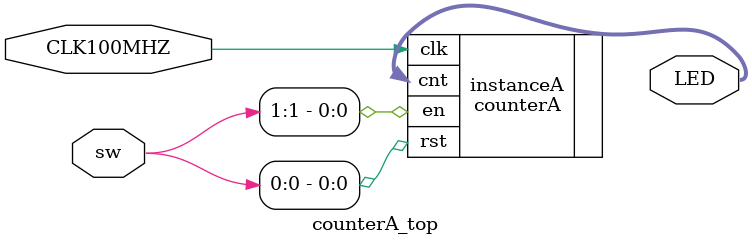
<source format=v>
`timescale 1ns / 1ps

module counterA_top(
    input wire CLK100MHZ,
    input wire [15:0] sw,
    output wire [15:0] LED
);

counterA instanceA(
    .clk(CLK100MHZ),
    .rst(sw[0]),
    .en(sw[1]),
    .cnt(LED)
);

endmodule

</source>
